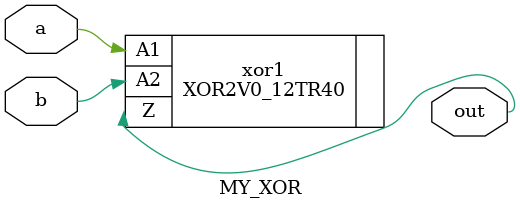
<source format=sv>
`ifndef FUNDAMENTAL_SV
`define FUNDAMENTAL_SV

module HALF_ADDER(
	input a, b,
	output co, sum
);
CLKAND2V0_12TR40 and1(.Z(co), .A1(a), .A2(b));
OA21BV12_12TR40 oab1(.Z(sum), .A1(a), .A2(b), .B(co));
endmodule

module FULL_ADDER(
	input a, b, ci,
	output co, sum
);
AD1V2C_12TR40 ad1( .CO(co), .S(sum), .A(a), .B(b), .CI(ci)); 
endmodule

module MY_NAND(
    input wire a, b,
    output wire out
);
NAND2CV0_12TR40 nand1(.ZN(out), .A1(a), .A2(b));
endmodule

module MY_NOR(
    input wire a, b,
    output wire out
);
NOR2CV0_12TR40 nor1(.ZN(out), .A1(a), .A2(b));
endmodule

module MY_XOR(
    input wire a, b,
    output wire out
);
XOR2V0_12TR40 xor1(.Z(out), .A1(a), .A2(b));
endmodule

`endif
</source>
